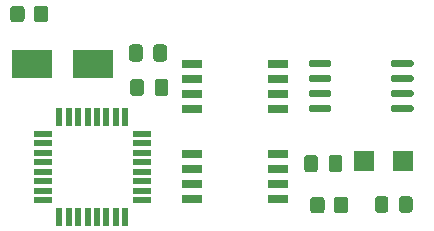
<source format=gtp>
%TF.GenerationSoftware,KiCad,Pcbnew,5.1.10-88a1d61d58~88~ubuntu20.04.1*%
%TF.CreationDate,2021-06-25T21:15:04-07:00*%
%TF.ProjectId,BACEE,42414345-452e-46b6-9963-61645f706362,1*%
%TF.SameCoordinates,Original*%
%TF.FileFunction,Paste,Top*%
%TF.FilePolarity,Positive*%
%FSLAX46Y46*%
G04 Gerber Fmt 4.6, Leading zero omitted, Abs format (unit mm)*
G04 Created by KiCad (PCBNEW 5.1.10-88a1d61d58~88~ubuntu20.04.1) date 2021-06-25 21:15:04*
%MOMM*%
%LPD*%
G01*
G04 APERTURE LIST*
%ADD10R,1.700000X0.650000*%
%ADD11R,0.550000X1.500000*%
%ADD12R,1.500000X0.550000*%
%ADD13R,1.750000X1.800000*%
%ADD14R,3.500000X2.400000*%
G04 APERTURE END LIST*
%TO.C,C1*%
G36*
G01*
X83232500Y-100551000D02*
X83232500Y-99601000D01*
G75*
G02*
X83482500Y-99351000I250000J0D01*
G01*
X84157500Y-99351000D01*
G75*
G02*
X84407500Y-99601000I0J-250000D01*
G01*
X84407500Y-100551000D01*
G75*
G02*
X84157500Y-100801000I-250000J0D01*
G01*
X83482500Y-100801000D01*
G75*
G02*
X83232500Y-100551000I0J250000D01*
G01*
G37*
G36*
G01*
X85307500Y-100551000D02*
X85307500Y-99601000D01*
G75*
G02*
X85557500Y-99351000I250000J0D01*
G01*
X86232500Y-99351000D01*
G75*
G02*
X86482500Y-99601000I0J-250000D01*
G01*
X86482500Y-100551000D01*
G75*
G02*
X86232500Y-100801000I-250000J0D01*
G01*
X85557500Y-100801000D01*
G75*
G02*
X85307500Y-100551000I0J250000D01*
G01*
G37*
%TD*%
%TO.C,C2*%
G36*
G01*
X85413000Y-103472000D02*
X85413000Y-102522000D01*
G75*
G02*
X85663000Y-102272000I250000J0D01*
G01*
X86338000Y-102272000D01*
G75*
G02*
X86588000Y-102522000I0J-250000D01*
G01*
X86588000Y-103472000D01*
G75*
G02*
X86338000Y-103722000I-250000J0D01*
G01*
X85663000Y-103722000D01*
G75*
G02*
X85413000Y-103472000I0J250000D01*
G01*
G37*
G36*
G01*
X83338000Y-103472000D02*
X83338000Y-102522000D01*
G75*
G02*
X83588000Y-102272000I250000J0D01*
G01*
X84263000Y-102272000D01*
G75*
G02*
X84513000Y-102522000I0J-250000D01*
G01*
X84513000Y-103472000D01*
G75*
G02*
X84263000Y-103722000I-250000J0D01*
G01*
X83588000Y-103722000D01*
G75*
G02*
X83338000Y-103472000I0J250000D01*
G01*
G37*
%TD*%
%TO.C,C3*%
G36*
G01*
X101320000Y-108965000D02*
X101320000Y-109915000D01*
G75*
G02*
X101070000Y-110165000I-250000J0D01*
G01*
X100395000Y-110165000D01*
G75*
G02*
X100145000Y-109915000I0J250000D01*
G01*
X100145000Y-108965000D01*
G75*
G02*
X100395000Y-108715000I250000J0D01*
G01*
X101070000Y-108715000D01*
G75*
G02*
X101320000Y-108965000I0J-250000D01*
G01*
G37*
G36*
G01*
X99245000Y-108965000D02*
X99245000Y-109915000D01*
G75*
G02*
X98995000Y-110165000I-250000J0D01*
G01*
X98320000Y-110165000D01*
G75*
G02*
X98070000Y-109915000I0J250000D01*
G01*
X98070000Y-108965000D01*
G75*
G02*
X98320000Y-108715000I250000J0D01*
G01*
X98995000Y-108715000D01*
G75*
G02*
X99245000Y-108965000I0J-250000D01*
G01*
G37*
%TD*%
%TO.C,D1*%
G36*
G01*
X104064000Y-113353001D02*
X104064000Y-112452999D01*
G75*
G02*
X104313999Y-112203000I249999J0D01*
G01*
X104964001Y-112203000D01*
G75*
G02*
X105214000Y-112452999I0J-249999D01*
G01*
X105214000Y-113353001D01*
G75*
G02*
X104964001Y-113603000I-249999J0D01*
G01*
X104313999Y-113603000D01*
G75*
G02*
X104064000Y-113353001I0J249999D01*
G01*
G37*
G36*
G01*
X106114000Y-113353001D02*
X106114000Y-112452999D01*
G75*
G02*
X106363999Y-112203000I249999J0D01*
G01*
X107014001Y-112203000D01*
G75*
G02*
X107264000Y-112452999I0J-249999D01*
G01*
X107264000Y-113353001D01*
G75*
G02*
X107014001Y-113603000I-249999J0D01*
G01*
X106363999Y-113603000D01*
G75*
G02*
X106114000Y-113353001I0J249999D01*
G01*
G37*
%TD*%
%TO.C,R1*%
G36*
G01*
X101803000Y-112497999D02*
X101803000Y-113398001D01*
G75*
G02*
X101553001Y-113648000I-249999J0D01*
G01*
X100852999Y-113648000D01*
G75*
G02*
X100603000Y-113398001I0J249999D01*
G01*
X100603000Y-112497999D01*
G75*
G02*
X100852999Y-112248000I249999J0D01*
G01*
X101553001Y-112248000D01*
G75*
G02*
X101803000Y-112497999I0J-249999D01*
G01*
G37*
G36*
G01*
X99803000Y-112497999D02*
X99803000Y-113398001D01*
G75*
G02*
X99553001Y-113648000I-249999J0D01*
G01*
X98852999Y-113648000D01*
G75*
G02*
X98603000Y-113398001I0J249999D01*
G01*
X98603000Y-112497999D01*
G75*
G02*
X98852999Y-112248000I249999J0D01*
G01*
X99553001Y-112248000D01*
G75*
G02*
X99803000Y-112497999I0J-249999D01*
G01*
G37*
%TD*%
%TO.C,R2*%
G36*
G01*
X74403000Y-96323999D02*
X74403000Y-97224001D01*
G75*
G02*
X74153001Y-97474000I-249999J0D01*
G01*
X73452999Y-97474000D01*
G75*
G02*
X73203000Y-97224001I0J249999D01*
G01*
X73203000Y-96323999D01*
G75*
G02*
X73452999Y-96074000I249999J0D01*
G01*
X74153001Y-96074000D01*
G75*
G02*
X74403000Y-96323999I0J-249999D01*
G01*
G37*
G36*
G01*
X76403000Y-96323999D02*
X76403000Y-97224001D01*
G75*
G02*
X76153001Y-97474000I-249999J0D01*
G01*
X75452999Y-97474000D01*
G75*
G02*
X75203000Y-97224001I0J249999D01*
G01*
X75203000Y-96323999D01*
G75*
G02*
X75452999Y-96074000I249999J0D01*
G01*
X76153001Y-96074000D01*
G75*
G02*
X76403000Y-96323999I0J-249999D01*
G01*
G37*
%TD*%
D10*
%TO.C,U1*%
X88552000Y-100965000D03*
X88552000Y-102235000D03*
X88552000Y-103505000D03*
X88552000Y-104775000D03*
X95852000Y-104775000D03*
X95852000Y-103505000D03*
X95852000Y-102235000D03*
X95852000Y-100965000D03*
%TD*%
%TO.C,U2*%
G36*
G01*
X98451000Y-101115000D02*
X98451000Y-100815000D01*
G75*
G02*
X98601000Y-100665000I150000J0D01*
G01*
X100201000Y-100665000D01*
G75*
G02*
X100351000Y-100815000I0J-150000D01*
G01*
X100351000Y-101115000D01*
G75*
G02*
X100201000Y-101265000I-150000J0D01*
G01*
X98601000Y-101265000D01*
G75*
G02*
X98451000Y-101115000I0J150000D01*
G01*
G37*
G36*
G01*
X98451000Y-102385000D02*
X98451000Y-102085000D01*
G75*
G02*
X98601000Y-101935000I150000J0D01*
G01*
X100201000Y-101935000D01*
G75*
G02*
X100351000Y-102085000I0J-150000D01*
G01*
X100351000Y-102385000D01*
G75*
G02*
X100201000Y-102535000I-150000J0D01*
G01*
X98601000Y-102535000D01*
G75*
G02*
X98451000Y-102385000I0J150000D01*
G01*
G37*
G36*
G01*
X98451000Y-103655000D02*
X98451000Y-103355000D01*
G75*
G02*
X98601000Y-103205000I150000J0D01*
G01*
X100201000Y-103205000D01*
G75*
G02*
X100351000Y-103355000I0J-150000D01*
G01*
X100351000Y-103655000D01*
G75*
G02*
X100201000Y-103805000I-150000J0D01*
G01*
X98601000Y-103805000D01*
G75*
G02*
X98451000Y-103655000I0J150000D01*
G01*
G37*
G36*
G01*
X98451000Y-104925000D02*
X98451000Y-104625000D01*
G75*
G02*
X98601000Y-104475000I150000J0D01*
G01*
X100201000Y-104475000D01*
G75*
G02*
X100351000Y-104625000I0J-150000D01*
G01*
X100351000Y-104925000D01*
G75*
G02*
X100201000Y-105075000I-150000J0D01*
G01*
X98601000Y-105075000D01*
G75*
G02*
X98451000Y-104925000I0J150000D01*
G01*
G37*
G36*
G01*
X105451000Y-104925000D02*
X105451000Y-104625000D01*
G75*
G02*
X105601000Y-104475000I150000J0D01*
G01*
X107201000Y-104475000D01*
G75*
G02*
X107351000Y-104625000I0J-150000D01*
G01*
X107351000Y-104925000D01*
G75*
G02*
X107201000Y-105075000I-150000J0D01*
G01*
X105601000Y-105075000D01*
G75*
G02*
X105451000Y-104925000I0J150000D01*
G01*
G37*
G36*
G01*
X105451000Y-103655000D02*
X105451000Y-103355000D01*
G75*
G02*
X105601000Y-103205000I150000J0D01*
G01*
X107201000Y-103205000D01*
G75*
G02*
X107351000Y-103355000I0J-150000D01*
G01*
X107351000Y-103655000D01*
G75*
G02*
X107201000Y-103805000I-150000J0D01*
G01*
X105601000Y-103805000D01*
G75*
G02*
X105451000Y-103655000I0J150000D01*
G01*
G37*
G36*
G01*
X105451000Y-102385000D02*
X105451000Y-102085000D01*
G75*
G02*
X105601000Y-101935000I150000J0D01*
G01*
X107201000Y-101935000D01*
G75*
G02*
X107351000Y-102085000I0J-150000D01*
G01*
X107351000Y-102385000D01*
G75*
G02*
X107201000Y-102535000I-150000J0D01*
G01*
X105601000Y-102535000D01*
G75*
G02*
X105451000Y-102385000I0J150000D01*
G01*
G37*
G36*
G01*
X105451000Y-101115000D02*
X105451000Y-100815000D01*
G75*
G02*
X105601000Y-100665000I150000J0D01*
G01*
X107201000Y-100665000D01*
G75*
G02*
X107351000Y-100815000I0J-150000D01*
G01*
X107351000Y-101115000D01*
G75*
G02*
X107201000Y-101265000I-150000J0D01*
G01*
X105601000Y-101265000D01*
G75*
G02*
X105451000Y-101115000I0J150000D01*
G01*
G37*
%TD*%
%TO.C,U3*%
X95852000Y-108585000D03*
X95852000Y-109855000D03*
X95852000Y-111125000D03*
X95852000Y-112395000D03*
X88552000Y-112395000D03*
X88552000Y-111125000D03*
X88552000Y-109855000D03*
X88552000Y-108585000D03*
%TD*%
D11*
%TO.C,U4*%
X77337000Y-113928000D03*
D12*
X75937000Y-106928000D03*
X75937000Y-107728000D03*
X75937000Y-108528000D03*
X75937000Y-109328000D03*
X75937000Y-110128000D03*
X75937000Y-110928000D03*
X75937000Y-111728000D03*
X75937000Y-112528000D03*
D11*
X78137000Y-113928000D03*
X78937000Y-113928000D03*
X79737000Y-113928000D03*
X80537000Y-113928000D03*
X81337000Y-113928000D03*
X82137000Y-113928000D03*
X82937000Y-113928000D03*
D12*
X84337000Y-112528000D03*
X84337000Y-111728000D03*
X84337000Y-110928000D03*
X84337000Y-110128000D03*
X84337000Y-109328000D03*
X84337000Y-108528000D03*
X84337000Y-107728000D03*
X84337000Y-106928000D03*
D11*
X82937000Y-105528000D03*
X82137000Y-105528000D03*
X81337000Y-105528000D03*
X80537000Y-105528000D03*
X79737000Y-105528000D03*
X78937000Y-105528000D03*
X78137000Y-105528000D03*
X77337000Y-105528000D03*
%TD*%
D13*
%TO.C,Y1*%
X103176000Y-109220000D03*
X106426000Y-109220000D03*
%TD*%
D14*
%TO.C,Y2*%
X74997000Y-100965000D03*
X80197000Y-100965000D03*
%TD*%
M02*

</source>
